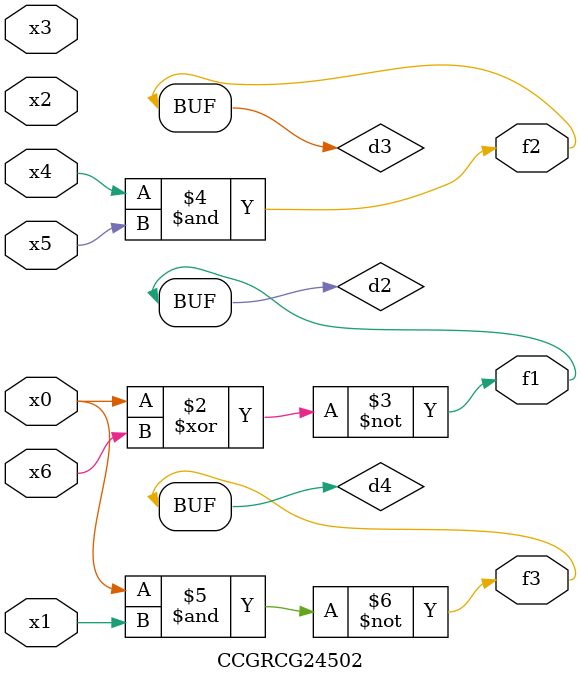
<source format=v>
module CCGRCG24502(
	input x0, x1, x2, x3, x4, x5, x6,
	output f1, f2, f3
);

	wire d1, d2, d3, d4;

	nor (d1, x0);
	xnor (d2, x0, x6);
	and (d3, x4, x5);
	nand (d4, x0, x1);
	assign f1 = d2;
	assign f2 = d3;
	assign f3 = d4;
endmodule

</source>
